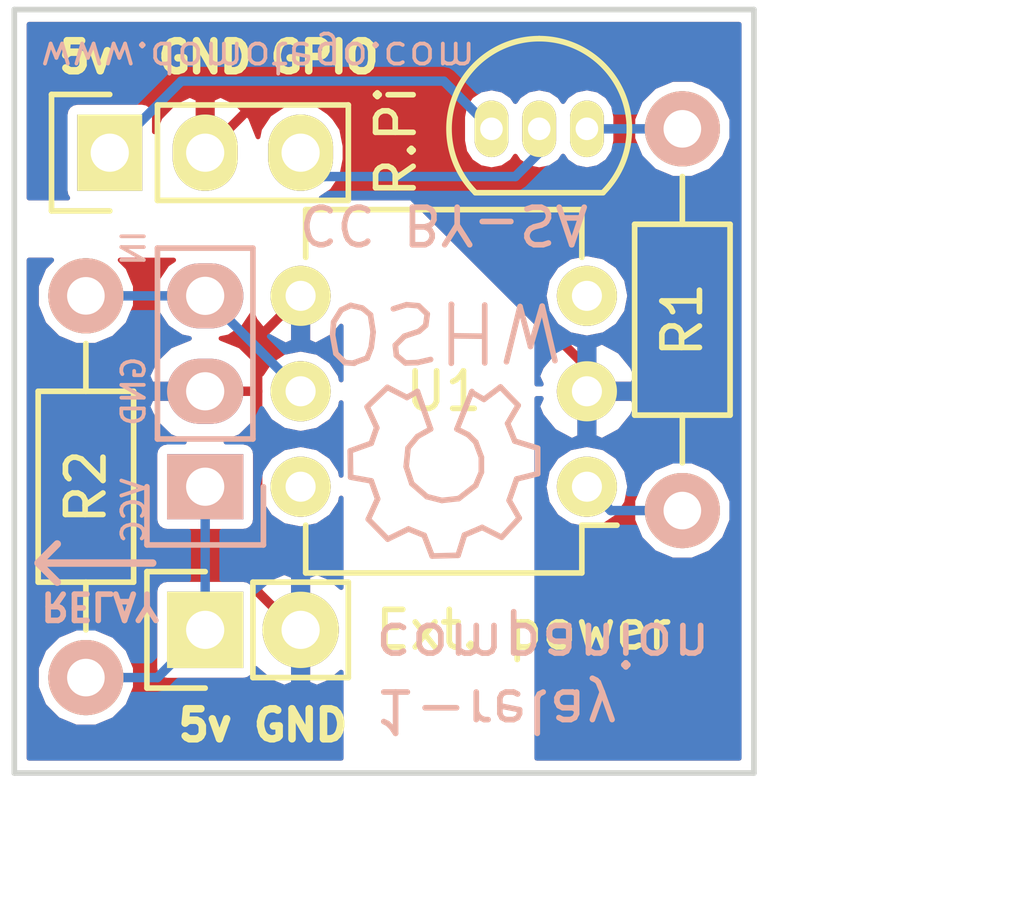
<source format=kicad_pcb>
(kicad_pcb (version 4) (host pcbnew 4.0.1-4.201602100846+6195~38~ubuntu15.10.1-stable)

  (general
    (links 11)
    (no_connects 0)
    (area 136.67 87.601666 163.548215 110.518333)
    (thickness 1.6)
    (drawings 23)
    (tracks 25)
    (zones 0)
    (modules 8)
    (nets 10)
  )

  (page A4)
  (title_block
    (title "1-relay companion")
    (date 2016-02-20)
    (rev 1)
    (company Domotego)
    (comment 1 https://github.com/tiramiseb/domotego_pcbs)
    (comment 2 https://www.domotego.com)
    (comment 4 "CC BY-SA")
  )

  (layers
    (0 F.Cu signal)
    (31 B.Cu signal)
    (32 B.Adhes user)
    (33 F.Adhes user)
    (34 B.Paste user)
    (35 F.Paste user)
    (36 B.SilkS user)
    (37 F.SilkS user)
    (38 B.Mask user)
    (39 F.Mask user)
    (40 Dwgs.User user)
    (41 Cmts.User user)
    (42 Eco1.User user)
    (43 Eco2.User user)
    (44 Edge.Cuts user)
    (45 Margin user)
    (46 B.CrtYd user)
    (47 F.CrtYd user)
    (48 B.Fab user)
    (49 F.Fab user)
  )

  (setup
    (last_trace_width 0.25)
    (trace_clearance 0.2)
    (zone_clearance 0.254)
    (zone_45_only no)
    (trace_min 0.2)
    (segment_width 0.2)
    (edge_width 0.15)
    (via_size 0.6)
    (via_drill 0.4)
    (via_min_size 0.4)
    (via_min_drill 0.3)
    (uvia_size 0.3)
    (uvia_drill 0.1)
    (uvias_allowed no)
    (uvia_min_size 0.2)
    (uvia_min_drill 0.1)
    (pcb_text_width 0.3)
    (pcb_text_size 1.5 1.5)
    (mod_edge_width 0.15)
    (mod_text_size 1 1)
    (mod_text_width 0.15)
    (pad_size 1 1)
    (pad_drill 1)
    (pad_to_mask_clearance 0.2)
    (aux_axis_origin 0 0)
    (visible_elements FFFFFF7F)
    (pcbplotparams
      (layerselection 0x010f0_80000001)
      (usegerberextensions true)
      (excludeedgelayer true)
      (linewidth 0.100000)
      (plotframeref false)
      (viasonmask false)
      (mode 1)
      (useauxorigin false)
      (hpglpennumber 1)
      (hpglpenspeed 20)
      (hpglpendiameter 15)
      (hpglpenoverlay 2)
      (psnegative false)
      (psa4output false)
      (plotreference true)
      (plotvalue true)
      (plotinvisibletext false)
      (padsonsilk false)
      (subtractmaskfromsilk false)
      (outputformat 1)
      (mirror false)
      (drillshape 0)
      (scaleselection 1)
      (outputdirectory ""))
  )

  (net 0 "")
  (net 1 5V_RPI)
  (net 2 GPIO)
  (net 3 GND_RPI)
  (net 4 RLY_VCC)
  (net 5 RLY_GND)
  (net 6 RLY_DATA)
  (net 7 "Net-(Q1-Pad3)")
  (net 8 "Net-(R1-Pad1)")
  (net 9 "Net-(U1-Pad6)")

  (net_class Default "Ceci est la Netclass par défaut"
    (clearance 0.2)
    (trace_width 0.25)
    (via_dia 0.6)
    (via_drill 0.4)
    (uvia_dia 0.3)
    (uvia_drill 0.1)
    (add_net 5V_RPI)
    (add_net GND_RPI)
    (add_net GPIO)
    (add_net "Net-(Q1-Pad3)")
    (add_net "Net-(R1-Pad1)")
    (add_net "Net-(U1-Pad6)")
    (add_net RLY_DATA)
    (add_net RLY_GND)
    (add_net RLY_VCC)
  )

  (module TO_SOT_Packages_THT:TO-92_Inline_Narrow_Oval (layer F.Cu) (tedit 56C19718) (tstamp 56C18D41)
    (at 152.4 92.075)
    (descr "TO-92 leads in-line, narrow, oval pads, drill 0.6mm (see NXP sot054_po.pdf)")
    (tags "to-92 sc-43 sc-43a sot54 PA33 transistor")
    (path /56C184C9)
    (fp_text reference Q1 (at 1.27 -1.905) (layer F.SilkS) hide
      (effects (font (size 1 1) (thickness 0.15)))
    )
    (fp_text value BC547 (at 0 3) (layer F.Fab) hide
      (effects (font (size 1 1) (thickness 0.15)))
    )
    (fp_line (start -1.4 1.95) (end -1.4 -2.65) (layer F.CrtYd) (width 0.05))
    (fp_line (start -1.4 1.95) (end 3.95 1.95) (layer F.CrtYd) (width 0.05))
    (fp_line (start -0.43 1.7) (end 2.97 1.7) (layer F.SilkS) (width 0.15))
    (fp_arc (start 1.27 0) (end 1.27 -2.4) (angle -135) (layer F.SilkS) (width 0.15))
    (fp_arc (start 1.27 0) (end 1.27 -2.4) (angle 135) (layer F.SilkS) (width 0.15))
    (fp_line (start -1.4 -2.65) (end 3.95 -2.65) (layer F.CrtYd) (width 0.05))
    (fp_line (start 3.95 1.95) (end 3.95 -2.65) (layer F.CrtYd) (width 0.05))
    (pad 2 thru_hole oval (at 1.27 0 180) (size 0.89916 1.50114) (drill 0.6) (layers *.Cu *.Mask F.SilkS)
      (net 2 GPIO))
    (pad 3 thru_hole oval (at 2.54 0 180) (size 0.89916 1.50114) (drill 0.6) (layers *.Cu *.Mask F.SilkS)
      (net 7 "Net-(Q1-Pad3)"))
    (pad 1 thru_hole oval (at 0 0 180) (size 0.89916 1.50114) (drill 0.6) (layers *.Cu *.Mask F.SilkS)
      (net 1 5V_RPI))
    (model TO_SOT_Packages_THT.3dshapes/TO-92_Inline_Narrow_Oval.wrl
      (at (xyz 0.05 0 0))
      (scale (xyz 1 1 1))
      (rotate (xyz 0 0 -90))
    )
  )

  (module Housings_DIP:DIP-6_W7.62mm (layer F.Cu) (tedit 56C19001) (tstamp 56C18D57)
    (at 154.94 101.6 180)
    (descr "6-lead dip package, row spacing 7.62 mm (300 mils)")
    (tags "dil dip 2.54 300")
    (path /56C182BA)
    (fp_text reference U1 (at 3.81 2.54 180) (layer F.SilkS)
      (effects (font (size 1 1) (thickness 0.15)))
    )
    (fp_text value 4N35 (at 0 -3.72 180) (layer F.Fab) hide
      (effects (font (size 1 1) (thickness 0.15)))
    )
    (fp_line (start -1.05 -2.45) (end -1.05 7.55) (layer F.CrtYd) (width 0.05))
    (fp_line (start 8.65 -2.45) (end 8.65 7.55) (layer F.CrtYd) (width 0.05))
    (fp_line (start -1.05 -2.45) (end 8.65 -2.45) (layer F.CrtYd) (width 0.05))
    (fp_line (start -1.05 7.55) (end 8.65 7.55) (layer F.CrtYd) (width 0.05))
    (fp_line (start 0.135 -2.295) (end 0.135 -1.025) (layer F.SilkS) (width 0.15))
    (fp_line (start 7.485 -2.295) (end 7.485 -1.025) (layer F.SilkS) (width 0.15))
    (fp_line (start 7.485 7.375) (end 7.485 6.105) (layer F.SilkS) (width 0.15))
    (fp_line (start 0.135 7.375) (end 0.135 6.105) (layer F.SilkS) (width 0.15))
    (fp_line (start 0.135 -2.295) (end 7.485 -2.295) (layer F.SilkS) (width 0.15))
    (fp_line (start 0.135 7.375) (end 7.485 7.375) (layer F.SilkS) (width 0.15))
    (fp_line (start 0.135 -1.025) (end -0.8 -1.025) (layer F.SilkS) (width 0.15))
    (pad 1 thru_hole oval (at 0 0 180) (size 1.6 1.6) (drill 0.8) (layers *.Cu *.Mask F.SilkS)
      (net 8 "Net-(R1-Pad1)"))
    (pad 2 thru_hole oval (at 0 2.54 180) (size 1.6 1.6) (drill 0.8) (layers *.Cu *.Mask F.SilkS)
      (net 3 GND_RPI))
    (pad 3 thru_hole oval (at 0 5.08 180) (size 1.6 1.6) (drill 0.8) (layers *.Cu *.Mask F.SilkS))
    (pad 4 thru_hole oval (at 7.62 5.08 180) (size 1.6 1.6) (drill 0.8) (layers *.Cu *.Mask F.SilkS)
      (net 5 RLY_GND))
    (pad 5 thru_hole oval (at 7.62 2.54 180) (size 1.6 1.6) (drill 0.8) (layers *.Cu *.Mask F.SilkS)
      (net 6 RLY_DATA))
    (pad 6 thru_hole oval (at 7.62 0 180) (size 1.6 1.6) (drill 0.8) (layers *.Cu *.Mask F.SilkS)
      (net 9 "Net-(U1-Pad6)"))
    (model Housings_DIP.3dshapes/DIP-6_W7.62mm.wrl
      (at (xyz 0 0 0))
      (scale (xyz 1 1 1))
      (rotate (xyz 0 0 0))
    )
  )

  (module Resistors_ThroughHole:Resistor_Horizontal_RM10mm (layer F.Cu) (tedit 56C19008) (tstamp 56C18D47)
    (at 157.48 102.235 90)
    (descr "Resistor, Axial,  RM 10mm, 1/3W")
    (tags "Resistor Axial RM 10mm 1/3W")
    (path /56C18343)
    (fp_text reference R1 (at 5.08 0 90) (layer F.SilkS)
      (effects (font (size 1 1) (thickness 0.15)))
    )
    (fp_text value 100 (at 5.08 1.905 90) (layer F.Fab) hide
      (effects (font (size 1 1) (thickness 0.15)))
    )
    (fp_line (start -1.25 -1.5) (end 11.4 -1.5) (layer F.CrtYd) (width 0.05))
    (fp_line (start -1.25 1.5) (end -1.25 -1.5) (layer F.CrtYd) (width 0.05))
    (fp_line (start 11.4 -1.5) (end 11.4 1.5) (layer F.CrtYd) (width 0.05))
    (fp_line (start -1.25 1.5) (end 11.4 1.5) (layer F.CrtYd) (width 0.05))
    (fp_line (start 2.54 -1.27) (end 7.62 -1.27) (layer F.SilkS) (width 0.15))
    (fp_line (start 7.62 -1.27) (end 7.62 1.27) (layer F.SilkS) (width 0.15))
    (fp_line (start 7.62 1.27) (end 2.54 1.27) (layer F.SilkS) (width 0.15))
    (fp_line (start 2.54 1.27) (end 2.54 -1.27) (layer F.SilkS) (width 0.15))
    (fp_line (start 2.54 0) (end 1.27 0) (layer F.SilkS) (width 0.15))
    (fp_line (start 7.62 0) (end 8.89 0) (layer F.SilkS) (width 0.15))
    (pad 1 thru_hole circle (at 0 0 90) (size 1.99898 1.99898) (drill 1.00076) (layers *.Cu *.SilkS *.Mask)
      (net 8 "Net-(R1-Pad1)"))
    (pad 2 thru_hole circle (at 10.16 0 90) (size 1.99898 1.99898) (drill 1.00076) (layers *.Cu *.SilkS *.Mask)
      (net 7 "Net-(Q1-Pad3)"))
    (model Resistors_ThroughHole.3dshapes/Resistor_Horizontal_RM10mm.wrl
      (at (xyz 0.2 0 0))
      (scale (xyz 0.4 0.4 0.4))
      (rotate (xyz 0 0 0))
    )
  )

  (module Resistors_ThroughHole:Resistor_Horizontal_RM10mm (layer F.Cu) (tedit 56C1900C) (tstamp 56C18D4D)
    (at 141.605 96.52 270)
    (descr "Resistor, Axial,  RM 10mm, 1/3W")
    (tags "Resistor Axial RM 10mm 1/3W")
    (path /56C183A4)
    (fp_text reference R2 (at 5.08 0 270) (layer F.SilkS)
      (effects (font (size 1 1) (thickness 0.15)))
    )
    (fp_text value 1k (at 5.08 3.81 270) (layer F.Fab) hide
      (effects (font (size 1 1) (thickness 0.15)))
    )
    (fp_line (start -1.25 -1.5) (end 11.4 -1.5) (layer F.CrtYd) (width 0.05))
    (fp_line (start -1.25 1.5) (end -1.25 -1.5) (layer F.CrtYd) (width 0.05))
    (fp_line (start 11.4 -1.5) (end 11.4 1.5) (layer F.CrtYd) (width 0.05))
    (fp_line (start -1.25 1.5) (end 11.4 1.5) (layer F.CrtYd) (width 0.05))
    (fp_line (start 2.54 -1.27) (end 7.62 -1.27) (layer F.SilkS) (width 0.15))
    (fp_line (start 7.62 -1.27) (end 7.62 1.27) (layer F.SilkS) (width 0.15))
    (fp_line (start 7.62 1.27) (end 2.54 1.27) (layer F.SilkS) (width 0.15))
    (fp_line (start 2.54 1.27) (end 2.54 -1.27) (layer F.SilkS) (width 0.15))
    (fp_line (start 2.54 0) (end 1.27 0) (layer F.SilkS) (width 0.15))
    (fp_line (start 7.62 0) (end 8.89 0) (layer F.SilkS) (width 0.15))
    (pad 1 thru_hole circle (at 0 0 270) (size 1.99898 1.99898) (drill 1.00076) (layers *.Cu *.SilkS *.Mask)
      (net 6 RLY_DATA))
    (pad 2 thru_hole circle (at 10.16 0 270) (size 1.99898 1.99898) (drill 1.00076) (layers *.Cu *.SilkS *.Mask)
      (net 4 RLY_VCC))
    (model Resistors_ThroughHole.3dshapes/Resistor_Horizontal_RM10mm.wrl
      (at (xyz 0.2 0 0))
      (scale (xyz 0.4 0.4 0.4))
      (rotate (xyz 0 0 0))
    )
  )

  (module Pin_Headers:Pin_Header_Straight_1x03 (layer F.Cu) (tedit 56C19035) (tstamp 56C18D2D)
    (at 142.24 92.71 90)
    (descr "Through hole pin header")
    (tags "pin header")
    (path /56C1867C)
    (fp_text reference P1 (at 2.54 2.54 90) (layer F.SilkS) hide
      (effects (font (size 1 1) (thickness 0.15)))
    )
    (fp_text value CONN_01X03 (at 0 -3.1 90) (layer F.Fab) hide
      (effects (font (size 1 1) (thickness 0.15)))
    )
    (fp_line (start -1.75 -1.75) (end -1.75 6.85) (layer F.CrtYd) (width 0.05))
    (fp_line (start 1.75 -1.75) (end 1.75 6.85) (layer F.CrtYd) (width 0.05))
    (fp_line (start -1.75 -1.75) (end 1.75 -1.75) (layer F.CrtYd) (width 0.05))
    (fp_line (start -1.75 6.85) (end 1.75 6.85) (layer F.CrtYd) (width 0.05))
    (fp_line (start -1.27 1.27) (end -1.27 6.35) (layer F.SilkS) (width 0.15))
    (fp_line (start -1.27 6.35) (end 1.27 6.35) (layer F.SilkS) (width 0.15))
    (fp_line (start 1.27 6.35) (end 1.27 1.27) (layer F.SilkS) (width 0.15))
    (fp_line (start 1.55 -1.55) (end 1.55 0) (layer F.SilkS) (width 0.15))
    (fp_line (start 1.27 1.27) (end -1.27 1.27) (layer F.SilkS) (width 0.15))
    (fp_line (start -1.55 0) (end -1.55 -1.55) (layer F.SilkS) (width 0.15))
    (fp_line (start -1.55 -1.55) (end 1.55 -1.55) (layer F.SilkS) (width 0.15))
    (pad 1 thru_hole rect (at 0 0 90) (size 2.032 1.7272) (drill 1.016) (layers *.Cu *.Mask F.SilkS)
      (net 1 5V_RPI))
    (pad 2 thru_hole oval (at 0 2.54 90) (size 2.032 1.7272) (drill 1.016) (layers *.Cu *.Mask F.SilkS)
      (net 3 GND_RPI))
    (pad 3 thru_hole oval (at 0 5.08 90) (size 2.032 1.7272) (drill 1.016) (layers *.Cu *.Mask F.SilkS)
      (net 2 GPIO))
    (model Pin_Headers.3dshapes/Pin_Header_Straight_1x03.wrl
      (at (xyz 0 -0.1 0))
      (scale (xyz 1 1 1))
      (rotate (xyz 0 0 90))
    )
  )

  (module Socket_Strips:Socket_Strip_Straight_1x03 (layer B.Cu) (tedit 56C19D86) (tstamp 56C18D34)
    (at 144.78 101.6 90)
    (descr "Through hole socket strip")
    (tags "socket strip")
    (path /56C18251)
    (fp_text reference P2 (at 2.54 4.445 90) (layer B.SilkS) hide
      (effects (font (size 1 1) (thickness 0.15)) (justify mirror))
    )
    (fp_text value CONN_01X03 (at 0 3.1 90) (layer B.Fab) hide
      (effects (font (size 1 1) (thickness 0.15)) (justify mirror))
    )
    (fp_line (start 0 1.55) (end -1.55 1.55) (layer B.SilkS) (width 0.15))
    (fp_line (start -1.55 1.55) (end -1.55 -1.55) (layer B.SilkS) (width 0.15))
    (fp_line (start -1.55 -1.55) (end 0 -1.55) (layer B.SilkS) (width 0.15))
    (fp_line (start -1.75 1.75) (end -1.75 -1.75) (layer B.CrtYd) (width 0.05))
    (fp_line (start 6.85 1.75) (end 6.85 -1.75) (layer B.CrtYd) (width 0.05))
    (fp_line (start -1.75 1.75) (end 6.85 1.75) (layer B.CrtYd) (width 0.05))
    (fp_line (start -1.75 -1.75) (end 6.85 -1.75) (layer B.CrtYd) (width 0.05))
    (fp_line (start 1.27 1.27) (end 6.35 1.27) (layer B.SilkS) (width 0.15))
    (fp_line (start 6.35 1.27) (end 6.35 -1.27) (layer B.SilkS) (width 0.15))
    (fp_line (start 6.35 -1.27) (end 1.27 -1.27) (layer B.SilkS) (width 0.15))
    (fp_line (start 1.27 -1.27) (end 1.27 1.27) (layer B.SilkS) (width 0.15))
    (pad 1 thru_hole rect (at 0 0 90) (size 1.7272 2.032) (drill 1.016) (layers *.Cu *.Mask B.SilkS)
      (net 4 RLY_VCC))
    (pad 2 thru_hole oval (at 2.54 0 90) (size 1.7272 2.032) (drill 1.016) (layers *.Cu *.Mask B.SilkS)
      (net 5 RLY_GND))
    (pad 3 thru_hole oval (at 5.08 0 90) (size 1.7272 2.032) (drill 1.016) (layers *.Cu *.Mask B.SilkS)
      (net 6 RLY_DATA))
    (model Socket_Strips.3dshapes/Socket_Strip_Straight_1x03.wrl
      (at (xyz 0.1 0 0))
      (scale (xyz 1 1 1))
      (rotate (xyz 0 0 180))
    )
  )

  (module Pin_Headers:Pin_Header_Straight_1x02 (layer F.Cu) (tedit 56C1903B) (tstamp 56C18D3A)
    (at 144.78 105.41 90)
    (descr "Through hole pin header")
    (tags "pin header")
    (path /56C1871F)
    (fp_text reference P3 (at 0 -2.54 90) (layer F.SilkS) hide
      (effects (font (size 1 1) (thickness 0.15)))
    )
    (fp_text value CONN_01X02 (at 0 -3.1 90) (layer F.Fab) hide
      (effects (font (size 1 1) (thickness 0.15)))
    )
    (fp_line (start 1.27 1.27) (end 1.27 3.81) (layer F.SilkS) (width 0.15))
    (fp_line (start 1.55 -1.55) (end 1.55 0) (layer F.SilkS) (width 0.15))
    (fp_line (start -1.75 -1.75) (end -1.75 4.3) (layer F.CrtYd) (width 0.05))
    (fp_line (start 1.75 -1.75) (end 1.75 4.3) (layer F.CrtYd) (width 0.05))
    (fp_line (start -1.75 -1.75) (end 1.75 -1.75) (layer F.CrtYd) (width 0.05))
    (fp_line (start -1.75 4.3) (end 1.75 4.3) (layer F.CrtYd) (width 0.05))
    (fp_line (start 1.27 1.27) (end -1.27 1.27) (layer F.SilkS) (width 0.15))
    (fp_line (start -1.55 0) (end -1.55 -1.55) (layer F.SilkS) (width 0.15))
    (fp_line (start -1.55 -1.55) (end 1.55 -1.55) (layer F.SilkS) (width 0.15))
    (fp_line (start -1.27 1.27) (end -1.27 3.81) (layer F.SilkS) (width 0.15))
    (fp_line (start -1.27 3.81) (end 1.27 3.81) (layer F.SilkS) (width 0.15))
    (pad 1 thru_hole rect (at 0 0 90) (size 2.032 2.032) (drill 1.016) (layers *.Cu *.Mask F.SilkS)
      (net 4 RLY_VCC))
    (pad 2 thru_hole oval (at 0 2.54 90) (size 2.032 2.032) (drill 1.016) (layers *.Cu *.Mask F.SilkS)
      (net 5 RLY_GND))
    (model Pin_Headers.3dshapes/Pin_Header_Straight_1x02.wrl
      (at (xyz 0 -0.05 0))
      (scale (xyz 1 1 1))
      (rotate (xyz 0 0 90))
    )
  )

  (module Symbols:Symbol_OSHW-Logo_SilkScreen (layer B.Cu) (tedit 56C1DB4A) (tstamp 56C1DB3D)
    (at 151.13 100.965)
    (descr "Symbol, OSHW-Logo, Silk Screen,")
    (tags "Symbol, OSHW-Logo, Silk Screen,")
    (fp_text reference REF** (at 0.09906 4.38912) (layer B.SilkS) hide
      (effects (font (size 1 1) (thickness 0.15)) (justify mirror))
    )
    (fp_text value Symbol_OSHW-Logo_SilkScreen (at 0.30988 -6.56082) (layer B.Fab) hide
      (effects (font (size 1 1) (thickness 0.15)) (justify mirror))
    )
    (fp_line (start 1.66878 -2.68986) (end 2.02946 -4.16052) (layer B.SilkS) (width 0.15))
    (fp_line (start 2.02946 -4.16052) (end 2.30886 -3.0988) (layer B.SilkS) (width 0.15))
    (fp_line (start 2.30886 -3.0988) (end 2.61874 -4.17068) (layer B.SilkS) (width 0.15))
    (fp_line (start 2.61874 -4.17068) (end 2.9591 -2.72034) (layer B.SilkS) (width 0.15))
    (fp_line (start 0.24892 -3.38074) (end 1.03886 -3.37058) (layer B.SilkS) (width 0.15))
    (fp_line (start 1.03886 -3.37058) (end 1.04902 -3.38074) (layer B.SilkS) (width 0.15))
    (fp_line (start 1.04902 -3.38074) (end 1.04902 -3.37058) (layer B.SilkS) (width 0.15))
    (fp_line (start 1.08966 -2.65938) (end 1.08966 -4.20116) (layer B.SilkS) (width 0.15))
    (fp_line (start 0.20066 -2.64922) (end 0.20066 -4.21894) (layer B.SilkS) (width 0.15))
    (fp_line (start 0.20066 -4.21894) (end 0.21082 -4.20878) (layer B.SilkS) (width 0.15))
    (fp_line (start -0.35052 -2.75082) (end -0.70104 -2.66954) (layer B.SilkS) (width 0.15))
    (fp_line (start -0.70104 -2.66954) (end -1.02108 -2.65938) (layer B.SilkS) (width 0.15))
    (fp_line (start -1.02108 -2.65938) (end -1.25984 -2.86004) (layer B.SilkS) (width 0.15))
    (fp_line (start -1.25984 -2.86004) (end -1.29032 -3.12928) (layer B.SilkS) (width 0.15))
    (fp_line (start -1.29032 -3.12928) (end -1.04902 -3.37058) (layer B.SilkS) (width 0.15))
    (fp_line (start -1.04902 -3.37058) (end -0.6604 -3.50012) (layer B.SilkS) (width 0.15))
    (fp_line (start -0.6604 -3.50012) (end -0.48006 -3.66014) (layer B.SilkS) (width 0.15))
    (fp_line (start -0.48006 -3.66014) (end -0.43942 -3.95986) (layer B.SilkS) (width 0.15))
    (fp_line (start -0.43942 -3.95986) (end -0.67056 -4.18084) (layer B.SilkS) (width 0.15))
    (fp_line (start -0.67056 -4.18084) (end -0.9906 -4.20878) (layer B.SilkS) (width 0.15))
    (fp_line (start -0.9906 -4.20878) (end -1.34112 -4.09956) (layer B.SilkS) (width 0.15))
    (fp_line (start -2.37998 -2.64922) (end -2.6289 -2.66954) (layer B.SilkS) (width 0.15))
    (fp_line (start -2.6289 -2.66954) (end -2.8702 -2.91084) (layer B.SilkS) (width 0.15))
    (fp_line (start -2.8702 -2.91084) (end -2.9591 -3.40106) (layer B.SilkS) (width 0.15))
    (fp_line (start -2.9591 -3.40106) (end -2.93116 -3.74904) (layer B.SilkS) (width 0.15))
    (fp_line (start -2.93116 -3.74904) (end -2.7305 -4.06908) (layer B.SilkS) (width 0.15))
    (fp_line (start -2.7305 -4.06908) (end -2.47904 -4.191) (layer B.SilkS) (width 0.15))
    (fp_line (start -2.47904 -4.191) (end -2.16916 -4.11988) (layer B.SilkS) (width 0.15))
    (fp_line (start -2.16916 -4.11988) (end -1.95072 -3.93954) (layer B.SilkS) (width 0.15))
    (fp_line (start -1.95072 -3.93954) (end -1.8796 -3.4798) (layer B.SilkS) (width 0.15))
    (fp_line (start -1.8796 -3.4798) (end -1.9304 -3.07086) (layer B.SilkS) (width 0.15))
    (fp_line (start -1.9304 -3.07086) (end -2.03962 -2.78892) (layer B.SilkS) (width 0.15))
    (fp_line (start -2.03962 -2.78892) (end -2.4003 -2.65938) (layer B.SilkS) (width 0.15))
    (fp_line (start -1.78054 -0.92964) (end -2.03962 -1.49098) (layer B.SilkS) (width 0.15))
    (fp_line (start -2.03962 -1.49098) (end -1.50114 -2.00914) (layer B.SilkS) (width 0.15))
    (fp_line (start -1.50114 -2.00914) (end -0.98044 -1.7399) (layer B.SilkS) (width 0.15))
    (fp_line (start -0.98044 -1.7399) (end -0.70104 -1.89992) (layer B.SilkS) (width 0.15))
    (fp_line (start 0.73914 -1.8796) (end 1.06934 -1.6891) (layer B.SilkS) (width 0.15))
    (fp_line (start 1.06934 -1.6891) (end 1.50876 -2.0193) (layer B.SilkS) (width 0.15))
    (fp_line (start 1.50876 -2.0193) (end 1.9812 -1.52908) (layer B.SilkS) (width 0.15))
    (fp_line (start 1.9812 -1.52908) (end 1.69926 -1.04902) (layer B.SilkS) (width 0.15))
    (fp_line (start 1.69926 -1.04902) (end 1.88976 -0.57912) (layer B.SilkS) (width 0.15))
    (fp_line (start 1.88976 -0.57912) (end 2.49936 -0.39116) (layer B.SilkS) (width 0.15))
    (fp_line (start 2.49936 -0.39116) (end 2.49936 0.28956) (layer B.SilkS) (width 0.15))
    (fp_line (start 2.49936 0.28956) (end 1.94056 0.42926) (layer B.SilkS) (width 0.15))
    (fp_line (start 1.94056 0.42926) (end 1.7399 1.00076) (layer B.SilkS) (width 0.15))
    (fp_line (start 1.7399 1.00076) (end 2.00914 1.47066) (layer B.SilkS) (width 0.15))
    (fp_line (start 2.00914 1.47066) (end 1.53924 1.9812) (layer B.SilkS) (width 0.15))
    (fp_line (start 1.53924 1.9812) (end 1.02108 1.71958) (layer B.SilkS) (width 0.15))
    (fp_line (start 1.02108 1.71958) (end 0.55118 1.92024) (layer B.SilkS) (width 0.15))
    (fp_line (start 0.55118 1.92024) (end 0.381 2.46126) (layer B.SilkS) (width 0.15))
    (fp_line (start 0.381 2.46126) (end -0.30988 2.47904) (layer B.SilkS) (width 0.15))
    (fp_line (start -0.30988 2.47904) (end -0.5207 1.9304) (layer B.SilkS) (width 0.15))
    (fp_line (start -0.5207 1.9304) (end -0.9398 1.76022) (layer B.SilkS) (width 0.15))
    (fp_line (start -0.9398 1.76022) (end -1.49098 2.02946) (layer B.SilkS) (width 0.15))
    (fp_line (start -1.49098 2.02946) (end -2.00914 1.50114) (layer B.SilkS) (width 0.15))
    (fp_line (start -2.00914 1.50114) (end -1.76022 0.96012) (layer B.SilkS) (width 0.15))
    (fp_line (start -1.76022 0.96012) (end -1.9304 0.48006) (layer B.SilkS) (width 0.15))
    (fp_line (start -1.9304 0.48006) (end -2.47904 0.381) (layer B.SilkS) (width 0.15))
    (fp_line (start -2.47904 0.381) (end -2.4892 -0.32004) (layer B.SilkS) (width 0.15))
    (fp_line (start -2.4892 -0.32004) (end -1.9304 -0.5207) (layer B.SilkS) (width 0.15))
    (fp_line (start -1.9304 -0.5207) (end -1.7907 -0.91948) (layer B.SilkS) (width 0.15))
    (fp_line (start 0.35052 -0.89916) (end 0.65024 -0.7493) (layer B.SilkS) (width 0.15))
    (fp_line (start 0.65024 -0.7493) (end 0.8509 -0.55118) (layer B.SilkS) (width 0.15))
    (fp_line (start 0.8509 -0.55118) (end 1.00076 -0.14986) (layer B.SilkS) (width 0.15))
    (fp_line (start 1.00076 -0.14986) (end 1.00076 0.24892) (layer B.SilkS) (width 0.15))
    (fp_line (start 1.00076 0.24892) (end 0.8509 0.59944) (layer B.SilkS) (width 0.15))
    (fp_line (start 0.8509 0.59944) (end 0.39878 0.94996) (layer B.SilkS) (width 0.15))
    (fp_line (start 0.39878 0.94996) (end -0.0508 1.00076) (layer B.SilkS) (width 0.15))
    (fp_line (start -0.0508 1.00076) (end -0.44958 0.89916) (layer B.SilkS) (width 0.15))
    (fp_line (start -0.44958 0.89916) (end -0.8509 0.55118) (layer B.SilkS) (width 0.15))
    (fp_line (start -0.8509 0.55118) (end -1.00076 0.09906) (layer B.SilkS) (width 0.15))
    (fp_line (start -1.00076 0.09906) (end -0.94996 -0.39878) (layer B.SilkS) (width 0.15))
    (fp_line (start -0.94996 -0.39878) (end -0.70104 -0.70104) (layer B.SilkS) (width 0.15))
    (fp_line (start -0.70104 -0.70104) (end -0.35052 -0.89916) (layer B.SilkS) (width 0.15))
    (fp_line (start -0.35052 -0.89916) (end -0.70104 -1.89992) (layer B.SilkS) (width 0.15))
    (fp_line (start 0.35052 -0.89916) (end 0.7493 -1.89992) (layer B.SilkS) (width 0.15))
  )

  (dimension 19.685 (width 0.3) (layer Cmts.User)
    (gr_text "19,685 mm" (at 149.5425 113.745) (layer Cmts.User)
      (effects (font (size 1.5 1.5) (thickness 0.3)))
    )
    (feature1 (pts (xy 159.385 110.49) (xy 159.385 115.095)))
    (feature2 (pts (xy 139.7 110.49) (xy 139.7 115.095)))
    (crossbar (pts (xy 139.7 112.395) (xy 159.385 112.395)))
    (arrow1a (pts (xy 159.385 112.395) (xy 158.258496 112.981421)))
    (arrow1b (pts (xy 159.385 112.395) (xy 158.258496 111.808579)))
    (arrow2a (pts (xy 139.7 112.395) (xy 140.826504 112.981421)))
    (arrow2b (pts (xy 139.7 112.395) (xy 140.826504 111.808579)))
  )
  (dimension 20.32 (width 0.3) (layer Cmts.User)
    (gr_text "20,320 mm" (at 163.91 99.06 270) (layer Cmts.User)
      (effects (font (size 1.5 1.5) (thickness 0.3)))
    )
    (feature1 (pts (xy 160.655 109.22) (xy 165.26 109.22)))
    (feature2 (pts (xy 160.655 88.9) (xy 165.26 88.9)))
    (crossbar (pts (xy 162.56 88.9) (xy 162.56 109.22)))
    (arrow1a (pts (xy 162.56 109.22) (xy 161.973579 108.093496)))
    (arrow1b (pts (xy 162.56 109.22) (xy 163.146421 108.093496)))
    (arrow2a (pts (xy 162.56 88.9) (xy 161.973579 90.026504)))
    (arrow2b (pts (xy 162.56 88.9) (xy 163.146421 90.026504)))
  )
  (gr_text "CC BY-SA" (at 151.13 94.615 180) (layer B.SilkS)
    (effects (font (size 1 1) (thickness 0.15)) (justify mirror))
  )
  (gr_line (start 139.7 109.22) (end 139.7 88.9) (angle 90) (layer Edge.Cuts) (width 0.15))
  (gr_line (start 159.385 109.22) (end 139.7 109.22) (angle 90) (layer Edge.Cuts) (width 0.15))
  (gr_line (start 159.385 88.9) (end 159.385 109.22) (angle 90) (layer Edge.Cuts) (width 0.15))
  (gr_line (start 139.7 88.9) (end 159.385 88.9) (angle 90) (layer Edge.Cuts) (width 0.15))
  (gr_line (start 140.335 103.632) (end 140.843 103.124) (angle 90) (layer B.SilkS) (width 0.2))
  (gr_line (start 140.335 103.632) (end 143.383 103.632) (angle 90) (layer B.SilkS) (width 0.2))
  (gr_line (start 140.843 104.14) (end 140.335 103.632) (angle 90) (layer B.SilkS) (width 0.2))
  (gr_text www.domotego.com (at 140.335 90.17 180) (layer B.SilkS)
    (effects (font (size 0.8 0.8) (thickness 0.1)) (justify left mirror))
  )
  (gr_text "1-relay\ncompanion" (at 149.225 106.68 180) (layer B.SilkS)
    (effects (font (size 1.1 1.1) (thickness 0.15)) (justify left mirror))
  )
  (gr_text GND (at 144.78 90.17) (layer F.SilkS)
    (effects (font (size 0.8 0.8) (thickness 0.2)))
  )
  (gr_text GND (at 147.32 107.95) (layer F.SilkS)
    (effects (font (size 0.8 0.8) (thickness 0.2)))
  )
  (gr_text GPIO (at 147.955 90.17) (layer F.SilkS)
    (effects (font (size 0.8 0.8) (thickness 0.2)))
  )
  (gr_text 5v (at 141.605 90.17) (layer F.SilkS)
    (effects (font (size 0.8 0.8) (thickness 0.2)))
  )
  (gr_text 5v (at 144.78 107.95) (layer F.SilkS)
    (effects (font (size 0.8 0.8) (thickness 0.2)))
  )
  (gr_text R.Pi (at 149.86 93.98 90) (layer F.SilkS)
    (effects (font (size 1 1) (thickness 0.15)) (justify left))
  )
  (gr_text "Ext. power" (at 149.225 105.41) (layer F.SilkS)
    (effects (font (size 1 1) (thickness 0.15)) (justify left))
  )
  (gr_text RELAY (at 140.335 104.775 180) (layer B.SilkS)
    (effects (font (size 0.7 0.7) (thickness 0.15)) (justify left mirror))
  )
  (gr_text IN (at 142.875 95.25 90) (layer B.SilkS)
    (effects (font (size 0.6 0.6) (thickness 0.1)) (justify mirror))
  )
  (gr_text GND (at 142.875 99.06 90) (layer B.SilkS)
    (effects (font (size 0.6 0.6) (thickness 0.1)) (justify mirror))
  )
  (gr_text VCC (at 142.875 102.235 90) (layer B.SilkS)
    (effects (font (size 0.6 0.6) (thickness 0.1)) (justify mirror))
  )

  (segment (start 142.24 92.71) (end 144.145 90.805) (width 0.25) (layer B.Cu) (net 1))
  (segment (start 151.13 90.805) (end 152.4 92.075) (width 0.25) (layer B.Cu) (net 1) (tstamp 56C2017F))
  (segment (start 144.145 90.805) (end 151.13 90.805) (width 0.25) (layer B.Cu) (net 1) (tstamp 56C20178))
  (segment (start 147.32 92.71) (end 147.955 93.345) (width 0.25) (layer B.Cu) (net 2))
  (segment (start 147.955 93.345) (end 153.035 93.345) (width 0.25) (layer B.Cu) (net 2) (tstamp 56C2016C))
  (segment (start 153.035 93.345) (end 153.67 92.71) (width 0.25) (layer B.Cu) (net 2) (tstamp 56C20171))
  (segment (start 153.67 92.71) (end 153.67 92.075) (width 0.25) (layer B.Cu) (net 2) (tstamp 56C20174))
  (segment (start 144.78 92.71) (end 146.685 90.805) (width 0.25) (layer F.Cu) (net 3))
  (segment (start 147.32 90.805) (end 154.94 98.425) (width 0.25) (layer F.Cu) (net 3) (tstamp 56C2019A))
  (segment (start 146.685 90.805) (end 147.32 90.805) (width 0.25) (layer F.Cu) (net 3) (tstamp 56C20198))
  (segment (start 154.94 98.425) (end 154.94 99.06) (width 0.25) (layer F.Cu) (net 3) (tstamp 56C201A1))
  (segment (start 144.78 101.6) (end 144.78 105.41) (width 0.25) (layer B.Cu) (net 4))
  (segment (start 144.78 105.41) (end 143.51 106.68) (width 0.25) (layer B.Cu) (net 4) (tstamp 56C1FF4D))
  (segment (start 143.51 106.68) (end 141.605 106.68) (width 0.25) (layer B.Cu) (net 4) (tstamp 56C1FF4E))
  (segment (start 144.78 99.06) (end 146.177 99.06) (width 0.25) (layer F.Cu) (net 5))
  (segment (start 147.32 105.41) (end 147.193 105.41) (width 0.25) (layer F.Cu) (net 5))
  (segment (start 147.193 105.41) (end 146.177 104.394) (width 0.25) (layer F.Cu) (net 5) (tstamp 56C2022F))
  (segment (start 146.177 104.394) (end 146.177 99.06) (width 0.25) (layer F.Cu) (net 5) (tstamp 56C20238))
  (segment (start 146.177 99.06) (end 146.177 97.663) (width 0.25) (layer F.Cu) (net 5) (tstamp 56C20242))
  (segment (start 146.177 97.663) (end 147.32 96.52) (width 0.25) (layer F.Cu) (net 5) (tstamp 56C2023B))
  (segment (start 141.605 96.52) (end 144.78 96.52) (width 0.25) (layer B.Cu) (net 6))
  (segment (start 147.32 99.06) (end 144.78 96.52) (width 0.25) (layer B.Cu) (net 6))
  (segment (start 154.94 92.075) (end 157.48 92.075) (width 0.25) (layer B.Cu) (net 7))
  (segment (start 157.48 102.235) (end 155.575 102.235) (width 0.25) (layer B.Cu) (net 8))
  (segment (start 155.575 102.235) (end 154.94 101.6) (width 0.25) (layer B.Cu) (net 8) (tstamp 56C1FFA7))

  (zone (net 3) (net_name GND_RPI) (layer B.Cu) (tstamp 56C201B2) (hatch edge 0.508)
    (connect_pads (clearance 0.254))
    (min_thickness 0.127)
    (fill yes (arc_segments 16) (thermal_gap 0.508) (thermal_bridge_width 0.508))
    (polygon
      (pts
        (xy 139.319 93.98) (xy 139.319 88.646) (xy 159.639 88.646) (xy 159.639 109.474) (xy 153.543 109.474)
        (xy 153.543 97.282) (xy 150.241 93.98)
      )
    )
    (filled_polygon
      (pts
        (xy 158.9925 108.8275) (xy 153.6065 108.8275) (xy 153.6065 101.6) (xy 153.800607 101.6) (xy 153.885672 102.027649)
        (xy 154.127915 102.390192) (xy 154.490458 102.632435) (xy 154.918107 102.7175) (xy 154.961893 102.7175) (xy 155.388838 102.632575)
        (xy 155.405662 102.643817) (xy 155.575 102.677501) (xy 155.575005 102.6775) (xy 156.237852 102.6775) (xy 156.362859 102.98004)
        (xy 156.733011 103.350838) (xy 157.216885 103.551761) (xy 157.740816 103.552218) (xy 158.22504 103.352141) (xy 158.595838 102.981989)
        (xy 158.796761 102.498115) (xy 158.797218 101.974184) (xy 158.597141 101.48996) (xy 158.226989 101.119162) (xy 157.743115 100.918239)
        (xy 157.219184 100.917782) (xy 156.73496 101.117859) (xy 156.364162 101.488011) (xy 156.237727 101.7925) (xy 156.041102 101.7925)
        (xy 156.079393 101.6) (xy 155.994328 101.172351) (xy 155.752085 100.809808) (xy 155.389542 100.567565) (xy 154.961893 100.4825)
        (xy 154.918107 100.4825) (xy 154.490458 100.567565) (xy 154.127915 100.809808) (xy 153.885672 101.172351) (xy 153.800607 101.6)
        (xy 153.6065 101.6) (xy 153.6065 99.250502) (xy 153.726232 99.250502) (xy 153.628318 99.460625) (xy 153.729203 99.704225)
        (xy 154.067904 100.118538) (xy 154.539373 100.371698) (xy 154.7495 100.275346) (xy 154.7495 99.2505) (xy 155.1305 99.2505)
        (xy 155.1305 100.275346) (xy 155.340627 100.371698) (xy 155.812096 100.118538) (xy 156.150797 99.704225) (xy 156.251682 99.460625)
        (xy 156.153767 99.2505) (xy 155.1305 99.2505) (xy 154.7495 99.2505) (xy 154.7295 99.2505) (xy 154.7295 98.8695)
        (xy 154.7495 98.8695) (xy 154.7495 97.844654) (xy 155.1305 97.844654) (xy 155.1305 98.8695) (xy 156.153767 98.8695)
        (xy 156.251682 98.659375) (xy 156.150797 98.415775) (xy 155.812096 98.001462) (xy 155.340627 97.748302) (xy 155.1305 97.844654)
        (xy 154.7495 97.844654) (xy 154.539373 97.748302) (xy 154.067904 98.001462) (xy 153.729203 98.415775) (xy 153.628318 98.659375)
        (xy 153.726232 98.869498) (xy 153.6065 98.869498) (xy 153.6065 97.282) (xy 153.601497 97.257295) (xy 153.587901 97.237099)
        (xy 152.870802 96.52) (xy 153.800607 96.52) (xy 153.885672 96.947649) (xy 154.127915 97.310192) (xy 154.490458 97.552435)
        (xy 154.918107 97.6375) (xy 154.961893 97.6375) (xy 155.389542 97.552435) (xy 155.752085 97.310192) (xy 155.994328 96.947649)
        (xy 156.079393 96.52) (xy 155.994328 96.092351) (xy 155.752085 95.729808) (xy 155.389542 95.487565) (xy 154.961893 95.4025)
        (xy 154.918107 95.4025) (xy 154.490458 95.487565) (xy 154.127915 95.729808) (xy 153.885672 96.092351) (xy 153.800607 96.52)
        (xy 152.870802 96.52) (xy 150.285901 93.935099) (xy 150.264895 93.921167) (xy 150.241 93.9165) (xy 147.866601 93.9165)
        (xy 148.059664 93.7875) (xy 153.035 93.7875) (xy 153.204338 93.753817) (xy 153.347895 93.657895) (xy 153.884451 93.121338)
        (xy 153.963549 93.105605) (xy 154.212407 92.939322) (xy 154.305 92.800748) (xy 154.397593 92.939322) (xy 154.646451 93.105605)
        (xy 154.94 93.163995) (xy 155.233549 93.105605) (xy 155.482407 92.939322) (xy 155.64869 92.690464) (xy 155.683094 92.5175)
        (xy 156.237852 92.5175) (xy 156.362859 92.82004) (xy 156.733011 93.190838) (xy 157.216885 93.391761) (xy 157.740816 93.392218)
        (xy 158.22504 93.192141) (xy 158.595838 92.821989) (xy 158.796761 92.338115) (xy 158.797218 91.814184) (xy 158.597141 91.32996)
        (xy 158.226989 90.959162) (xy 157.743115 90.758239) (xy 157.219184 90.757782) (xy 156.73496 90.957859) (xy 156.364162 91.328011)
        (xy 156.237727 91.6325) (xy 155.683094 91.6325) (xy 155.64869 91.459536) (xy 155.482407 91.210678) (xy 155.233549 91.044395)
        (xy 154.94 90.986005) (xy 154.646451 91.044395) (xy 154.397593 91.210678) (xy 154.305 91.349252) (xy 154.212407 91.210678)
        (xy 153.963549 91.044395) (xy 153.67 90.986005) (xy 153.376451 91.044395) (xy 153.127593 91.210678) (xy 153.035 91.349252)
        (xy 152.942407 91.210678) (xy 152.693549 91.044395) (xy 152.4 90.986005) (xy 152.106451 91.044395) (xy 152.039752 91.088962)
        (xy 151.442895 90.492105) (xy 151.299338 90.396183) (xy 151.13 90.3625) (xy 144.145 90.3625) (xy 143.975662 90.396183)
        (xy 143.832105 90.492105) (xy 142.95393 91.37028) (xy 141.3764 91.37028) (xy 141.258742 91.392419) (xy 141.150679 91.461955)
        (xy 141.078185 91.568055) (xy 141.05268 91.694) (xy 141.05268 93.726) (xy 141.074819 93.843658) (xy 141.121691 93.9165)
        (xy 140.0925 93.9165) (xy 140.0925 89.2925) (xy 158.9925 89.2925)
      )
    )
    (filled_polygon
      (pts
        (xy 144.9705 92.5195) (xy 144.9905 92.5195) (xy 144.9905 92.9005) (xy 144.9705 92.9005) (xy 144.9705 92.9205)
        (xy 144.5895 92.9205) (xy 144.5895 92.9005) (xy 144.5695 92.9005) (xy 144.5695 92.5195) (xy 144.5895 92.5195)
        (xy 144.5895 92.4995) (xy 144.9705 92.4995)
      )
    )
  )
  (zone (net 3) (net_name GND_RPI) (layer F.Cu) (tstamp 56C201DC) (hatch edge 0.508)
    (connect_pads (clearance 0.254))
    (min_thickness 0.127)
    (fill yes (arc_segments 16) (thermal_gap 0.508) (thermal_bridge_width 0.508))
    (polygon
      (pts
        (xy 139.573 88.646) (xy 159.639 88.646) (xy 159.639 109.474) (xy 153.543 109.474) (xy 153.543 97.282)
        (xy 150.241 93.98) (xy 139.573 93.98)
      )
    )
    (filled_polygon
      (pts
        (xy 158.9925 108.8275) (xy 153.6065 108.8275) (xy 153.6065 101.6) (xy 153.800607 101.6) (xy 153.885672 102.027649)
        (xy 154.127915 102.390192) (xy 154.490458 102.632435) (xy 154.918107 102.7175) (xy 154.961893 102.7175) (xy 155.389542 102.632435)
        (xy 155.594007 102.495816) (xy 156.162782 102.495816) (xy 156.362859 102.98004) (xy 156.733011 103.350838) (xy 157.216885 103.551761)
        (xy 157.740816 103.552218) (xy 158.22504 103.352141) (xy 158.595838 102.981989) (xy 158.796761 102.498115) (xy 158.797218 101.974184)
        (xy 158.597141 101.48996) (xy 158.226989 101.119162) (xy 157.743115 100.918239) (xy 157.219184 100.917782) (xy 156.73496 101.117859)
        (xy 156.364162 101.488011) (xy 156.163239 101.971885) (xy 156.162782 102.495816) (xy 155.594007 102.495816) (xy 155.752085 102.390192)
        (xy 155.994328 102.027649) (xy 156.079393 101.6) (xy 155.994328 101.172351) (xy 155.752085 100.809808) (xy 155.389542 100.567565)
        (xy 154.961893 100.4825) (xy 154.918107 100.4825) (xy 154.490458 100.567565) (xy 154.127915 100.809808) (xy 153.885672 101.172351)
        (xy 153.800607 101.6) (xy 153.6065 101.6) (xy 153.6065 99.250502) (xy 153.726232 99.250502) (xy 153.628318 99.460625)
        (xy 153.729203 99.704225) (xy 154.067904 100.118538) (xy 154.539373 100.371698) (xy 154.7495 100.275346) (xy 154.7495 99.2505)
        (xy 155.1305 99.2505) (xy 155.1305 100.275346) (xy 155.340627 100.371698) (xy 155.812096 100.118538) (xy 156.150797 99.704225)
        (xy 156.251682 99.460625) (xy 156.153767 99.2505) (xy 155.1305 99.2505) (xy 154.7495 99.2505) (xy 154.7295 99.2505)
        (xy 154.7295 98.8695) (xy 154.7495 98.8695) (xy 154.7495 97.844654) (xy 155.1305 97.844654) (xy 155.1305 98.8695)
        (xy 156.153767 98.8695) (xy 156.251682 98.659375) (xy 156.150797 98.415775) (xy 155.812096 98.001462) (xy 155.340627 97.748302)
        (xy 155.1305 97.844654) (xy 154.7495 97.844654) (xy 154.539373 97.748302) (xy 154.067904 98.001462) (xy 153.729203 98.415775)
        (xy 153.628318 98.659375) (xy 153.726232 98.869498) (xy 153.6065 98.869498) (xy 153.6065 97.282) (xy 153.601497 97.257295)
        (xy 153.587901 97.237099) (xy 152.870802 96.52) (xy 153.800607 96.52) (xy 153.885672 96.947649) (xy 154.127915 97.310192)
        (xy 154.490458 97.552435) (xy 154.918107 97.6375) (xy 154.961893 97.6375) (xy 155.389542 97.552435) (xy 155.752085 97.310192)
        (xy 155.994328 96.947649) (xy 156.079393 96.52) (xy 155.994328 96.092351) (xy 155.752085 95.729808) (xy 155.389542 95.487565)
        (xy 154.961893 95.4025) (xy 154.918107 95.4025) (xy 154.490458 95.487565) (xy 154.127915 95.729808) (xy 153.885672 96.092351)
        (xy 153.800607 96.52) (xy 152.870802 96.52) (xy 150.285901 93.935099) (xy 150.264895 93.921167) (xy 150.241 93.9165)
        (xy 147.866601 93.9165) (xy 148.155164 93.723689) (xy 148.411194 93.340512) (xy 148.5011 92.888525) (xy 148.5011 92.531475)
        (xy 148.411194 92.079488) (xy 148.1931 91.753085) (xy 151.63292 91.753085) (xy 151.63292 92.396915) (xy 151.69131 92.690464)
        (xy 151.857593 92.939322) (xy 152.106451 93.105605) (xy 152.4 93.163995) (xy 152.693549 93.105605) (xy 152.942407 92.939322)
        (xy 153.035 92.800748) (xy 153.127593 92.939322) (xy 153.376451 93.105605) (xy 153.67 93.163995) (xy 153.963549 93.105605)
        (xy 154.212407 92.939322) (xy 154.305 92.800748) (xy 154.397593 92.939322) (xy 154.646451 93.105605) (xy 154.94 93.163995)
        (xy 155.233549 93.105605) (xy 155.482407 92.939322) (xy 155.64869 92.690464) (xy 155.70708 92.396915) (xy 155.70708 92.335816)
        (xy 156.162782 92.335816) (xy 156.362859 92.82004) (xy 156.733011 93.190838) (xy 157.216885 93.391761) (xy 157.740816 93.392218)
        (xy 158.22504 93.192141) (xy 158.595838 92.821989) (xy 158.796761 92.338115) (xy 158.797218 91.814184) (xy 158.597141 91.32996)
        (xy 158.226989 90.959162) (xy 157.743115 90.758239) (xy 157.219184 90.757782) (xy 156.73496 90.957859) (xy 156.364162 91.328011)
        (xy 156.163239 91.811885) (xy 156.162782 92.335816) (xy 155.70708 92.335816) (xy 155.70708 91.753085) (xy 155.64869 91.459536)
        (xy 155.482407 91.210678) (xy 155.233549 91.044395) (xy 154.94 90.986005) (xy 154.646451 91.044395) (xy 154.397593 91.210678)
        (xy 154.305 91.349252) (xy 154.212407 91.210678) (xy 153.963549 91.044395) (xy 153.67 90.986005) (xy 153.376451 91.044395)
        (xy 153.127593 91.210678) (xy 153.035 91.349252) (xy 152.942407 91.210678) (xy 152.693549 91.044395) (xy 152.4 90.986005)
        (xy 152.106451 91.044395) (xy 151.857593 91.210678) (xy 151.69131 91.459536) (xy 151.63292 91.753085) (xy 148.1931 91.753085)
        (xy 148.155164 91.696311) (xy 147.771987 91.440281) (xy 147.32 91.350375) (xy 146.868013 91.440281) (xy 146.484836 91.696311)
        (xy 146.228806 92.079488) (xy 146.186833 92.290502) (xy 145.981562 91.776597) (xy 145.591222 91.376229) (xy 145.190667 91.182513)
        (xy 144.9705 91.279494) (xy 144.9705 92.5195) (xy 144.9905 92.5195) (xy 144.9905 92.9005) (xy 144.9705 92.9005)
        (xy 144.9705 92.9205) (xy 144.5895 92.9205) (xy 144.5895 92.9005) (xy 144.5695 92.9005) (xy 144.5695 92.5195)
        (xy 144.5895 92.5195) (xy 144.5895 91.279494) (xy 144.369333 91.182513) (xy 143.968778 91.376229) (xy 143.578438 91.776597)
        (xy 143.42732 92.154928) (xy 143.42732 91.694) (xy 143.405181 91.576342) (xy 143.335645 91.468279) (xy 143.229545 91.395785)
        (xy 143.1036 91.37028) (xy 141.3764 91.37028) (xy 141.258742 91.392419) (xy 141.150679 91.461955) (xy 141.078185 91.568055)
        (xy 141.05268 91.694) (xy 141.05268 93.726) (xy 141.074819 93.843658) (xy 141.121691 93.9165) (xy 140.0925 93.9165)
        (xy 140.0925 89.2925) (xy 158.9925 89.2925)
      )
    )
  )
  (zone (net 5) (net_name RLY_GND) (layer B.Cu) (tstamp 56C20280) (hatch edge 0.508)
    (connect_pads (clearance 0.254))
    (min_thickness 0.127)
    (fill yes (arc_segments 16) (thermal_gap 0.508) (thermal_bridge_width 0.508))
    (polygon
      (pts
        (xy 139.319 95.504) (xy 147.955 95.504) (xy 148.463 96.012) (xy 148.463 109.474) (xy 139.319 109.474)
      )
    )
    (filled_polygon
      (pts
        (xy 140.489162 95.773011) (xy 140.288239 96.256885) (xy 140.287782 96.780816) (xy 140.487859 97.26504) (xy 140.858011 97.635838)
        (xy 141.341885 97.836761) (xy 141.865816 97.837218) (xy 142.35004 97.637141) (xy 142.720838 97.266989) (xy 142.847273 96.9625)
        (xy 143.508394 96.9625) (xy 143.510281 96.971987) (xy 143.766311 97.355164) (xy 144.149488 97.611194) (xy 144.360502 97.653167)
        (xy 143.846597 97.858438) (xy 143.446229 98.248778) (xy 143.252513 98.649333) (xy 143.349494 98.8695) (xy 144.5895 98.8695)
        (xy 144.5895 98.8495) (xy 144.9705 98.8495) (xy 144.9705 98.8695) (xy 144.9905 98.8695) (xy 144.9905 99.2505)
        (xy 144.9705 99.2505) (xy 144.9705 99.2705) (xy 144.5895 99.2705) (xy 144.5895 99.2505) (xy 143.349494 99.2505)
        (xy 143.252513 99.470667) (xy 143.446229 99.871222) (xy 143.846597 100.261562) (xy 144.224928 100.41268) (xy 143.764 100.41268)
        (xy 143.646342 100.434819) (xy 143.538279 100.504355) (xy 143.465785 100.610455) (xy 143.44028 100.7364) (xy 143.44028 102.4636)
        (xy 143.462419 102.581258) (xy 143.531955 102.689321) (xy 143.638055 102.761815) (xy 143.764 102.78732) (xy 144.3375 102.78732)
        (xy 144.3375 104.07028) (xy 143.764 104.07028) (xy 143.646342 104.092419) (xy 143.538279 104.161955) (xy 143.465785 104.268055)
        (xy 143.44028 104.394) (xy 143.44028 106.12393) (xy 143.32671 106.2375) (xy 142.847148 106.2375) (xy 142.722141 105.93496)
        (xy 142.351989 105.564162) (xy 141.868115 105.363239) (xy 141.344184 105.362782) (xy 140.85996 105.562859) (xy 140.489162 105.933011)
        (xy 140.288239 106.416885) (xy 140.287782 106.940816) (xy 140.487859 107.42504) (xy 140.858011 107.795838) (xy 141.341885 107.996761)
        (xy 141.865816 107.997218) (xy 142.35004 107.797141) (xy 142.720838 107.426989) (xy 142.847273 107.1225) (xy 143.51 107.1225)
        (xy 143.679338 107.088817) (xy 143.822895 106.992895) (xy 144.06607 106.74972) (xy 145.796 106.74972) (xy 145.913658 106.727581)
        (xy 146.021721 106.658045) (xy 146.094215 106.551945) (xy 146.118462 106.432214) (xy 146.547743 106.797018) (xy 146.8853 106.936825)
        (xy 147.1295 106.842009) (xy 147.1295 105.6005) (xy 147.1095 105.6005) (xy 147.1095 105.2195) (xy 147.1295 105.2195)
        (xy 147.1295 103.977991) (xy 146.8853 103.883175) (xy 146.547743 104.022982) (xy 146.118538 104.387721) (xy 146.097581 104.276342)
        (xy 146.028045 104.168279) (xy 145.921945 104.095785) (xy 145.796 104.07028) (xy 145.2225 104.07028) (xy 145.2225 102.78732)
        (xy 145.796 102.78732) (xy 145.913658 102.765181) (xy 146.021721 102.695645) (xy 146.094215 102.589545) (xy 146.11972 102.4636)
        (xy 146.11972 100.7364) (xy 146.097581 100.618742) (xy 146.028045 100.510679) (xy 145.921945 100.438185) (xy 145.796 100.41268)
        (xy 145.335072 100.41268) (xy 145.713403 100.261562) (xy 146.113771 99.871222) (xy 146.285165 99.516823) (xy 146.507915 99.850192)
        (xy 146.870458 100.092435) (xy 147.298107 100.1775) (xy 147.341893 100.1775) (xy 147.769542 100.092435) (xy 148.132085 99.850192)
        (xy 148.374328 99.487649) (xy 148.3995 99.361101) (xy 148.3995 101.298899) (xy 148.374328 101.172351) (xy 148.132085 100.809808)
        (xy 147.769542 100.567565) (xy 147.341893 100.4825) (xy 147.298107 100.4825) (xy 146.870458 100.567565) (xy 146.507915 100.809808)
        (xy 146.265672 101.172351) (xy 146.180607 101.6) (xy 146.265672 102.027649) (xy 146.507915 102.390192) (xy 146.870458 102.632435)
        (xy 147.298107 102.7175) (xy 147.341893 102.7175) (xy 147.769542 102.632435) (xy 148.132085 102.390192) (xy 148.374328 102.027649)
        (xy 148.3995 101.901101) (xy 148.3995 104.284078) (xy 148.092257 104.022982) (xy 147.7547 103.883175) (xy 147.5105 103.977991)
        (xy 147.5105 105.2195) (xy 147.5305 105.2195) (xy 147.5305 105.6005) (xy 147.5105 105.6005) (xy 147.5105 106.842009)
        (xy 147.7547 106.936825) (xy 148.092257 106.797018) (xy 148.3995 106.535922) (xy 148.3995 108.8275) (xy 140.0925 108.8275)
        (xy 140.0925 95.5675) (xy 140.695032 95.5675)
      )
    )
    (filled_polygon
      (pts
        (xy 147.5105 96.3295) (xy 147.5305 96.3295) (xy 147.5305 96.7105) (xy 147.5105 96.7105) (xy 147.5105 97.735346)
        (xy 147.720627 97.831698) (xy 148.192096 97.578538) (xy 148.3995 97.324833) (xy 148.3995 98.758899) (xy 148.374328 98.632351)
        (xy 148.132085 98.269808) (xy 147.769542 98.027565) (xy 147.341893 97.9425) (xy 147.298107 97.9425) (xy 146.906237 98.020448)
        (xy 146.483373 97.597583) (xy 146.919373 97.831698) (xy 147.1295 97.735346) (xy 147.1295 96.7105) (xy 147.1095 96.7105)
        (xy 147.1095 96.3295) (xy 147.1295 96.3295) (xy 147.1295 96.3095) (xy 147.5105 96.3095)
      )
    )
  )
  (zone (net 5) (net_name RLY_GND) (layer F.Cu) (tstamp 56C20297) (hatch edge 0.508)
    (connect_pads (clearance 0.254))
    (min_thickness 0.127)
    (fill yes (arc_segments 16) (thermal_gap 0.508) (thermal_bridge_width 0.508))
    (polygon
      (pts
        (xy 139.573 95.504) (xy 147.955 95.504) (xy 148.463 96.012) (xy 148.463 109.474) (xy 139.573 109.474)
      )
    )
    (filled_polygon
      (pts
        (xy 140.489162 95.773011) (xy 140.288239 96.256885) (xy 140.287782 96.780816) (xy 140.487859 97.26504) (xy 140.858011 97.635838)
        (xy 141.341885 97.836761) (xy 141.865816 97.837218) (xy 142.35004 97.637141) (xy 142.720838 97.266989) (xy 142.921761 96.783115)
        (xy 142.922218 96.259184) (xy 142.722141 95.77496) (xy 142.515042 95.5675) (xy 143.941917 95.5675) (xy 143.766311 95.684836)
        (xy 143.510281 96.068013) (xy 143.420375 96.52) (xy 143.510281 96.971987) (xy 143.766311 97.355164) (xy 144.149488 97.611194)
        (xy 144.360502 97.653167) (xy 143.846597 97.858438) (xy 143.446229 98.248778) (xy 143.252513 98.649333) (xy 143.349494 98.8695)
        (xy 144.5895 98.8695) (xy 144.5895 98.8495) (xy 144.9705 98.8495) (xy 144.9705 98.8695) (xy 144.9905 98.8695)
        (xy 144.9905 99.2505) (xy 144.9705 99.2505) (xy 144.9705 99.2705) (xy 144.5895 99.2705) (xy 144.5895 99.2505)
        (xy 143.349494 99.2505) (xy 143.252513 99.470667) (xy 143.446229 99.871222) (xy 143.846597 100.261562) (xy 144.224928 100.41268)
        (xy 143.764 100.41268) (xy 143.646342 100.434819) (xy 143.538279 100.504355) (xy 143.465785 100.610455) (xy 143.44028 100.7364)
        (xy 143.44028 102.4636) (xy 143.462419 102.581258) (xy 143.531955 102.689321) (xy 143.638055 102.761815) (xy 143.764 102.78732)
        (xy 145.796 102.78732) (xy 145.913658 102.765181) (xy 146.021721 102.695645) (xy 146.094215 102.589545) (xy 146.11972 102.4636)
        (xy 146.11972 100.7364) (xy 146.097581 100.618742) (xy 146.028045 100.510679) (xy 145.921945 100.438185) (xy 145.796 100.41268)
        (xy 145.335072 100.41268) (xy 145.713403 100.261562) (xy 146.113771 99.871222) (xy 146.285165 99.516823) (xy 146.507915 99.850192)
        (xy 146.870458 100.092435) (xy 147.298107 100.1775) (xy 147.341893 100.1775) (xy 147.769542 100.092435) (xy 148.132085 99.850192)
        (xy 148.374328 99.487649) (xy 148.3995 99.361101) (xy 148.3995 101.298899) (xy 148.374328 101.172351) (xy 148.132085 100.809808)
        (xy 147.769542 100.567565) (xy 147.341893 100.4825) (xy 147.298107 100.4825) (xy 146.870458 100.567565) (xy 146.507915 100.809808)
        (xy 146.265672 101.172351) (xy 146.180607 101.6) (xy 146.265672 102.027649) (xy 146.507915 102.390192) (xy 146.870458 102.632435)
        (xy 147.298107 102.7175) (xy 147.341893 102.7175) (xy 147.769542 102.632435) (xy 148.132085 102.390192) (xy 148.374328 102.027649)
        (xy 148.3995 101.901101) (xy 148.3995 104.284078) (xy 148.092257 104.022982) (xy 147.7547 103.883175) (xy 147.5105 103.977991)
        (xy 147.5105 105.2195) (xy 147.5305 105.2195) (xy 147.5305 105.6005) (xy 147.5105 105.6005) (xy 147.5105 106.842009)
        (xy 147.7547 106.936825) (xy 148.092257 106.797018) (xy 148.3995 106.535922) (xy 148.3995 108.8275) (xy 140.0925 108.8275)
        (xy 140.0925 106.940816) (xy 140.287782 106.940816) (xy 140.487859 107.42504) (xy 140.858011 107.795838) (xy 141.341885 107.996761)
        (xy 141.865816 107.997218) (xy 142.35004 107.797141) (xy 142.720838 107.426989) (xy 142.921761 106.943115) (xy 142.922218 106.419184)
        (xy 142.722141 105.93496) (xy 142.351989 105.564162) (xy 141.868115 105.363239) (xy 141.344184 105.362782) (xy 140.85996 105.562859)
        (xy 140.489162 105.933011) (xy 140.288239 106.416885) (xy 140.287782 106.940816) (xy 140.0925 106.940816) (xy 140.0925 104.394)
        (xy 143.44028 104.394) (xy 143.44028 106.426) (xy 143.462419 106.543658) (xy 143.531955 106.651721) (xy 143.638055 106.724215)
        (xy 143.764 106.74972) (xy 145.796 106.74972) (xy 145.913658 106.727581) (xy 146.021721 106.658045) (xy 146.094215 106.551945)
        (xy 146.118462 106.432214) (xy 146.547743 106.797018) (xy 146.8853 106.936825) (xy 147.1295 106.842009) (xy 147.1295 105.6005)
        (xy 147.1095 105.6005) (xy 147.1095 105.2195) (xy 147.1295 105.2195) (xy 147.1295 103.977991) (xy 146.8853 103.883175)
        (xy 146.547743 104.022982) (xy 146.118538 104.387721) (xy 146.097581 104.276342) (xy 146.028045 104.168279) (xy 145.921945 104.095785)
        (xy 145.796 104.07028) (xy 143.764 104.07028) (xy 143.646342 104.092419) (xy 143.538279 104.161955) (xy 143.465785 104.268055)
        (xy 143.44028 104.394) (xy 140.0925 104.394) (xy 140.0925 95.5675) (xy 140.695032 95.5675)
      )
    )
    (filled_polygon
      (pts
        (xy 147.5105 96.3295) (xy 147.5305 96.3295) (xy 147.5305 96.7105) (xy 147.5105 96.7105) (xy 147.5105 97.735346)
        (xy 147.720627 97.831698) (xy 148.192096 97.578538) (xy 148.3995 97.324833) (xy 148.3995 98.758899) (xy 148.374328 98.632351)
        (xy 148.132085 98.269808) (xy 147.769542 98.027565) (xy 147.341893 97.9425) (xy 147.298107 97.9425) (xy 146.870458 98.027565)
        (xy 146.507915 98.269808) (xy 146.285165 98.603177) (xy 146.113771 98.248778) (xy 145.713403 97.858438) (xy 145.199498 97.653167)
        (xy 145.410512 97.611194) (xy 145.793689 97.355164) (xy 146.037292 96.990586) (xy 146.109203 97.164225) (xy 146.447904 97.578538)
        (xy 146.919373 97.831698) (xy 147.1295 97.735346) (xy 147.1295 96.7105) (xy 147.1095 96.7105) (xy 147.1095 96.3295)
        (xy 147.1295 96.3295) (xy 147.1295 96.3095) (xy 147.5105 96.3095)
      )
    )
  )
)

</source>
